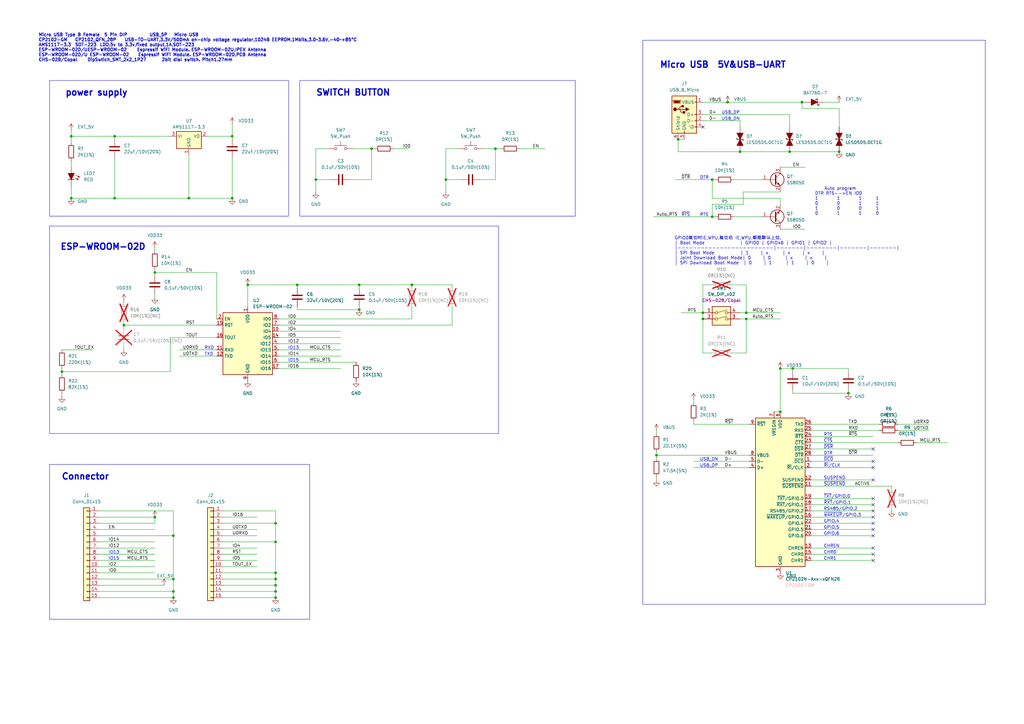
<source format=kicad_sch>
(kicad_sch (version 20250114) (generator "eeschema") (generator_version "9.0")
  (paper "A3")
  (rectangle (start 122.936 33.02) (end 235.966 88.646))
  (rectangle (start 263.652 16.51) (end 404.114 247.904))
  (rectangle (start 20.32 190.5) (end 127 254))
  (rectangle (start 20.32 33.02) (end 118.364 88.646))
  (rectangle (start 20.32 92.71) (end 204.47 177.8))
  (text "~{WAKEUP}/GPIO.3" (at 337.82 212.09 0) (effects (font (size 1.27 1.27)) (justify left bottom)))
  (text "SUSPEND" (at 337.82 196.85 0) (effects (font (size 1.27 1.27)) (justify left bottom)))
  (text "USB_DP" (at 295.91 46.99 0) (effects (font (size 1.27 1.27)) (justify left bottom)))
  (text "GPIO.5" (at 337.82 217.17 0) (effects (font (size 1.27 1.27)) (justify left bottom)))
  (text "CHR0" (at 337.82 227.33 0) (effects (font (size 1.27 1.27)) (justify left bottom)))
  (text "DTR" (at 287.02 73.66 0) (effects (font (size 1.27 1.27)) (justify left bottom)))
  (text "~{RI}/CLK" (at 337.82 191.77 0) (effects (font (size 1.27 1.27)) (justify left bottom)))
  (text "ESP-WROOM-02D" (exclude_from_sim yes) (at 24.638 101.346 0) (effects (font (size 2.54 2.54) (thickness 0.508) (bold yes)) (justify left)))
  (text "Connector" (exclude_from_sim yes) (at 25.146 195.58 0) (effects (font (size 2.54 2.54) (thickness 0.508) (bold yes)) (justify left)))
  (text "RXD" (at 83.82 143.51 0) (effects (font (size 1.27 1.27)) (justify left bottom)))
  (text "CHREN" (at 337.82 224.79 0) (effects (font (size 1.27 1.27)) (justify left bottom)))
  (text "GPIO.4" (at 337.82 214.63 0) (effects (font (size 1.27 1.27)) (justify left bottom)))
  (text "IO15" (at 44.45 229.87 0) (effects (font (size 1.27 1.27)) (justify left bottom)))
  (text "TXD" (at 83.82 146.05 0) (effects (font (size 1.27 1.27)) (justify left bottom)))
  (text "     Auto program\n DTR RTS-->EN IO0\n 1        1        1      1\n 0        0        1      1\n 1        0        0      1\n 0        1        1      0" (at 333.248 82.55 0) (effects (font (size 1.27 1.27)) (justify left)))
  (text "~{CTS}" (at 337.82 181.61 0) (effects (font (size 1.27 1.27)) (justify left bottom)))
  (text "~{TXT}/GPIO.0" (at 337.82 204.47 0) (effects (font (size 1.27 1.27)) (justify left bottom)))
  (text "IO15" (at 118.11 148.59 0) (effects (font (size 1.27 1.27)) (justify left bottom)))
  (text "CHR1" (at 337.82 229.87 0) (effects (font (size 1.27 1.27)) (justify left bottom)))
  (text "RTS" (at 337.82 179.07 0) (effects (font (size 1.27 1.27)) (justify left bottom)))
  (text "RS485/GPIO.2" (at 337.82 209.55 0) (effects (font (size 1.27 1.27)) (justify left bottom)))
  (text "~{DSR}" (at 337.82 184.15 0) (effects (font (size 1.27 1.27)) (justify left bottom)))
  (text "Micro USB  5V&USB-UART" (at 270.51 26.67 0) (effects (font (size 2.54 2.54) (thickness 0.508) (bold yes)) (justify left)))
  (text "~{DCD}" (at 337.82 189.23 0) (effects (font (size 1.27 1.27)) (justify left bottom)))
  (text "IO13" (at 44.45 227.33 0) (effects (font (size 1.27 1.27)) (justify left bottom)))
  (text "GPIO0复位时IE,WPU,复位后 IE,WPU,都是默认上拉.\n| Boot Mode               | GPIO0 | GPIO46 | GPIO1 | GPIO2 |\n|-------------------------|-------|--------|-------|-------|\n| SPI Boot Mode           | 1     | x      | x     | x     |\n| Joint Download Boot Mode| 0     | 0      | x     | x     |\n| SPI Download Boot Mode  | 0     | 1      | 1     | 0     |" (at 276.606 102.87 0) (effects (font (size 1.27 1.27)) (justify left)))
  (text "USB_DN" (at 295.91 49.53 0) (effects (font (size 1.27 1.27)) (justify left bottom)))
  (text "USB_DN" (at 287.02 189.23 0) (effects (font (size 1.27 1.27)) (justify left bottom)))
  (text "USB_DP" (at 287.02 191.77 0) (effects (font (size 1.27 1.27)) (justify left bottom)))
  (text "GPIO.6" (at 337.82 219.71 0) (effects (font (size 1.27 1.27)) (justify left bottom)))
  (text "~{SUSPEND}" (at 337.82 199.39 0) (effects (font (size 1.27 1.27)) (justify left bottom)))
  (text "Micro USB Type B Female  5 Pin DIP	USB_5P	Micro USB\nCP2102-GM	CP2102_QFN_28P	USB-TO-UART,3.3V/500mA on-chip voltage regulator,1024B EEPROM,1Mbits,3.0~3.6V,-40~+85°C\nAMS1117-3.3	SOT-223	LDO,5v to 3.3v,fixed output,1A,SOT-223\nESP-WROOM-02D/U	ESP-WROOM-02	Espressif WiFi Module，ESP-WROOM-02U,IPEX Antenna\nESP-WROOM-02D/U ESP-WROOM-02    Espressif WiFi Module，ESP-WROOM-02D,PCB Antenna\nCHS-02B/Copal	DipSwtich_SMT_2x2_1P27	2bit dial switch，Pitch1.27mm\n" (at 15.748 19.558 0) (effects (font (size 1.27 1.27) (thickness 0.254) (bold yes)) (justify left)))
  (text "DTR" (at 337.82 186.69 0) (effects (font (size 1.27 1.27)) (justify left bottom)))
  (text "RTS" (at 287.02 88.9 0) (effects (font (size 1.27 1.27)) (justify left bottom)))
  (text "~{RXT}/GPIO.1" (at 337.82 207.01 0) (effects (font (size 1.27 1.27)) (justify left bottom)))
  (text "SWITCH BUTTON" (at 129.54 38.1 0) (effects (font (size 2.54 2.54) (thickness 0.508) (bold yes)) (justify left)))
  (text "IO13" (at 118.11 143.51 0) (effects (font (size 1.27 1.27)) (justify left bottom)))
  (text "~{RTS}" (at 279.4 88.9 0) (effects (font (size 1.27 1.27)) (justify left bottom)))
  (text "power supply" (exclude_from_sim yes) (at 26.67 38.1 0) (effects (font (size 2.54 2.54) (thickness 0.508) (bold yes)) (justify left)))
  (junction (at 325.12 151.13))
  (junction (at 306.07 130.81))
  (junction (at 288.29 128.27))
  (junction (at 269.24 186.69))
  (junction (at 50.8 133.35))
  (junction (at 77.47 81.28))
  (junction (at 71.12 245.11))
  (junction (at 113.03 242.57))
  (junction (at 71.12 242.57))
  (junction (at 320.04 151.13))
  (junction (at 278.13 57.15))
  (junction (at 113.03 234.95))
  (junction (at 168.91 116.84))
  (junction (at 182.88 73.66))
  (junction (at 113.03 240.03))
  (junction (at 147.32 127))
  (junction (at 29.21 55.88))
  (junction (at 306.07 128.27))
  (junction (at 113.03 237.49))
  (junction (at 121.92 116.84))
  (junction (at 46.99 81.28))
  (junction (at 129.54 73.66))
  (junction (at 292.1 88.9))
  (junction (at 344.17 62.23))
  (junction (at 63.5 212.09))
  (junction (at 347.98 161.29))
  (junction (at 95.25 55.88))
  (junction (at 303.53 62.23))
  (junction (at 71.12 237.49))
  (junction (at 29.21 81.28))
  (junction (at 288.29 130.81))
  (junction (at 323.85 62.23))
  (junction (at 63.5 111.76))
  (junction (at 147.32 116.84))
  (junction (at 292.1 73.66))
  (junction (at 71.12 219.71))
  (junction (at 46.99 55.88))
  (junction (at 95.25 81.28))
  (junction (at 113.03 222.25))
  (junction (at 298.45 41.91))
  (junction (at 328.93 41.91))
  (junction (at 152.4 60.96))
  (junction (at 25.4 152.4))
  (junction (at 113.03 245.11))
  (junction (at 101.6 116.84))
  (junction (at 113.03 214.63))
  (junction (at 203.2 60.96))
  (junction (at 320.04 168.91))
  (no_connect (at 358.14 189.23))
  (no_connect (at 358.14 212.09))
  (no_connect (at 358.14 209.55))
  (no_connect (at 358.14 196.85))
  (no_connect (at 358.14 191.77))
  (no_connect (at 358.14 207.01))
  (no_connect (at 358.14 227.33))
  (no_connect (at 358.14 217.17))
  (no_connect (at 358.14 204.47))
  (no_connect (at 358.14 219.71))
  (no_connect (at 358.14 229.87))
  (no_connect (at 358.14 184.15))
  (no_connect (at 358.14 224.79))
  (no_connect (at 288.29 52.07))
  (no_connect (at 358.14 214.63))
  (wire (pts (xy 304.8 78.74) (xy 320.04 78.74)))
  (wire (pts (xy 358.14 207.01) (xy 332.74 207.01)))
  (wire (pts (xy 95.25 55.88) (xy 95.25 57.15)))
  (wire (pts (xy 46.99 55.88) (xy 69.85 55.88)))
  (wire (pts (xy 40.64 242.57) (xy 71.12 242.57)))
  (wire (pts (xy 114.3 138.43) (xy 139.7 138.43)))
  (wire (pts (xy 91.44 227.33) (xy 105.41 227.33)))
  (wire (pts (xy 114.3 135.89) (xy 139.7 135.89)))
  (wire (pts (xy 320.04 81.28) (xy 320.04 83.82)))
  (wire (pts (xy 288.29 41.91) (xy 298.45 41.91)))
  (wire (pts (xy 63.5 111.76) (xy 63.5 113.03)))
  (wire (pts (xy 46.99 55.88) (xy 46.99 57.15)))
  (wire (pts (xy 73.66 143.51) (xy 88.9 143.51)))
  (wire (pts (xy 269.24 195.58) (xy 269.24 196.85)))
  (wire (pts (xy 114.3 143.51) (xy 139.7 143.51)))
  (wire (pts (xy 358.14 229.87) (xy 332.74 229.87)))
  (wire (pts (xy 325.12 151.13) (xy 347.98 151.13)))
  (wire (pts (xy 63.5 212.09) (xy 63.5 214.63)))
  (wire (pts (xy 284.48 163.83) (xy 284.48 165.1)))
  (wire (pts (xy 129.54 60.96) (xy 129.54 73.66)))
  (wire (pts (xy 284.48 172.72) (xy 284.48 173.99)))
  (wire (pts (xy 344.17 44.45) (xy 344.17 52.07)))
  (wire (pts (xy 29.21 76.2) (xy 29.21 81.28)))
  (wire (pts (xy 71.12 219.71) (xy 71.12 237.49)))
  (wire (pts (xy 323.85 62.23) (xy 344.17 62.23)))
  (wire (pts (xy 368.3 176.53) (xy 381 176.53)))
  (wire (pts (xy 284.48 173.99) (xy 307.34 173.99)))
  (wire (pts (xy 40.64 219.71) (xy 71.12 219.71)))
  (wire (pts (xy 91.44 237.49) (xy 113.03 237.49)))
  (wire (pts (xy 267.97 88.9) (xy 292.1 88.9)))
  (wire (pts (xy 298.45 41.91) (xy 328.93 41.91)))
  (wire (pts (xy 143.51 73.66) (xy 152.4 73.66)))
  (wire (pts (xy 147.32 127) (xy 121.92 127)))
  (wire (pts (xy 91.44 240.03) (xy 113.03 240.03)))
  (wire (pts (xy 328.93 44.45) (xy 344.17 44.45)))
  (wire (pts (xy 77.47 63.5) (xy 77.47 81.28)))
  (wire (pts (xy 358.14 227.33) (xy 332.74 227.33)))
  (wire (pts (xy 113.03 222.25) (xy 113.03 234.95)))
  (wire (pts (xy 29.21 66.04) (xy 29.21 68.58)))
  (wire (pts (xy 368.3 173.99) (xy 381 173.99)))
  (wire (pts (xy 69.85 138.43) (xy 69.85 152.4)))
  (wire (pts (xy 129.54 73.66) (xy 129.54 78.74)))
  (wire (pts (xy 113.03 240.03) (xy 113.03 242.57)))
  (wire (pts (xy 182.88 60.96) (xy 182.88 73.66)))
  (wire (pts (xy 337.82 41.91) (xy 344.17 41.91)))
  (wire (pts (xy 29.21 53.34) (xy 29.21 55.88)))
  (wire (pts (xy 269.24 185.42) (xy 269.24 186.69)))
  (wire (pts (xy 299.72 144.78) (xy 306.07 144.78)))
  (wire (pts (xy 25.4 143.51) (xy 38.1 143.51)))
  (wire (pts (xy 292.1 81.28) (xy 320.04 81.28)))
  (wire (pts (xy 40.64 209.55) (xy 71.12 209.55)))
  (wire (pts (xy 63.5 101.6) (xy 63.5 102.87)))
  (wire (pts (xy 91.44 209.55) (xy 113.03 209.55)))
  (wire (pts (xy 292.1 83.82) (xy 304.8 83.82)))
  (wire (pts (xy 114.3 130.81) (xy 168.91 130.81)))
  (wire (pts (xy 91.44 234.95) (xy 113.03 234.95)))
  (wire (pts (xy 306.07 128.27) (xy 320.04 128.27)))
  (wire (pts (xy 358.14 204.47) (xy 332.74 204.47)))
  (wire (pts (xy 121.92 118.11) (xy 121.92 116.84)))
  (wire (pts (xy 288.29 144.78) (xy 292.1 144.78)))
  (wire (pts (xy 358.14 184.15) (xy 332.74 184.15)))
  (wire (pts (xy 50.8 132.08) (xy 50.8 133.35)))
  (wire (pts (xy 77.47 81.28) (xy 95.25 81.28)))
  (wire (pts (xy 328.93 41.91) (xy 330.2 41.91)))
  (wire (pts (xy 71.12 242.57) (xy 71.12 245.11)))
  (wire (pts (xy 300.99 88.9) (xy 312.42 88.9)))
  (wire (pts (xy 63.5 110.49) (xy 63.5 111.76)))
  (wire (pts (xy 91.44 217.17) (xy 105.41 217.17)))
  (wire (pts (xy 46.99 81.28) (xy 29.21 81.28)))
  (wire (pts (xy 358.14 209.55) (xy 332.74 209.55)))
  (wire (pts (xy 288.29 46.99) (xy 323.85 46.99)))
  (wire (pts (xy 203.2 73.66) (xy 203.2 60.96)))
  (wire (pts (xy 332.74 176.53) (xy 360.68 176.53)))
  (wire (pts (xy 73.66 146.05) (xy 88.9 146.05)))
  (wire (pts (xy 50.8 142.24) (xy 50.8 143.51)))
  (wire (pts (xy 278.13 62.23) (xy 278.13 57.15)))
  (wire (pts (xy 320.04 68.58) (xy 330.2 68.58)))
  (wire (pts (xy 113.03 209.55) (xy 113.03 214.63)))
  (wire (pts (xy 63.5 120.65) (xy 63.5 121.92)))
  (wire (pts (xy 91.44 232.41) (xy 105.41 232.41)))
  (wire (pts (xy 40.64 217.17) (xy 63.5 217.17)))
  (wire (pts (xy 91.44 245.11) (xy 113.03 245.11)))
  (wire (pts (xy 303.53 128.27) (xy 306.07 128.27)))
  (wire (pts (xy 121.92 116.84) (xy 147.32 116.84)))
  (wire (pts (xy 114.3 133.35) (xy 185.42 133.35)))
  (wire (pts (xy 323.85 46.99) (xy 323.85 52.07)))
  (wire (pts (xy 168.91 116.84) (xy 185.42 116.84)))
  (wire (pts (xy 320.04 93.98) (xy 330.2 93.98)))
  (wire (pts (xy 40.64 240.03) (xy 67.31 240.03)))
  (wire (pts (xy 276.86 73.66) (xy 292.1 73.66)))
  (wire (pts (xy 182.88 73.66) (xy 182.88 78.74)))
  (wire (pts (xy 332.74 199.39) (xy 365.76 199.39)))
  (wire (pts (xy 101.6 116.84) (xy 101.6 125.73)))
  (wire (pts (xy 40.64 237.49) (xy 71.12 237.49)))
  (wire (pts (xy 332.74 173.99) (xy 360.68 173.99)))
  (wire (pts (xy 95.25 64.77) (xy 95.25 81.28)))
  (wire (pts (xy 50.8 133.35) (xy 88.9 133.35)))
  (wire (pts (xy 358.14 189.23) (xy 332.74 189.23)))
  (wire (pts (xy 320.04 151.13) (xy 320.04 168.91)))
  (wire (pts (xy 85.09 55.88) (xy 95.25 55.88)))
  (wire (pts (xy 306.07 130.81) (xy 303.53 130.81)))
  (wire (pts (xy 121.92 127) (xy 121.92 125.73)))
  (wire (pts (xy 91.44 212.09) (xy 105.41 212.09)))
  (wire (pts (xy 306.07 144.78) (xy 306.07 130.81)))
  (wire (pts (xy 292.1 116.84) (xy 288.29 116.84)))
  (wire (pts (xy 29.21 55.88) (xy 46.99 55.88)))
  (wire (pts (xy 46.99 64.77) (xy 46.99 81.28)))
  (wire (pts (xy 347.98 160.02) (xy 347.98 161.29)))
  (wire (pts (xy 358.14 224.79) (xy 332.74 224.79)))
  (wire (pts (xy 134.62 60.96) (xy 129.54 60.96)))
  (wire (pts (xy 40.64 245.11) (xy 71.12 245.11)))
  (wire (pts (xy 292.1 88.9) (xy 293.37 88.9)))
  (wire (pts (xy 168.91 116.84) (xy 168.91 118.11)))
  (wire (pts (xy 63.5 111.76) (xy 88.9 111.76)))
  (wire (pts (xy 152.4 73.66) (xy 152.4 60.96)))
  (wire (pts (xy 365.76 208.28) (xy 365.76 209.55)))
  (wire (pts (xy 185.42 116.84) (xy 185.42 118.11)))
  (wire (pts (xy 365.76 199.39) (xy 365.76 200.66)))
  (wire (pts (xy 306.07 128.27) (xy 306.07 116.84)))
  (wire (pts (xy 325.12 160.02) (xy 325.12 161.29)))
  (wire (pts (xy 284.48 191.77) (xy 307.34 191.77)))
  (wire (pts (xy 91.44 224.79) (xy 105.41 224.79)))
  (wire (pts (xy 91.44 219.71) (xy 105.41 219.71)))
  (wire (pts (xy 40.64 212.09) (xy 63.5 212.09)))
  (wire (pts (xy 69.85 138.43) (xy 88.9 138.43)))
  (wire (pts (xy 91.44 242.57) (xy 113.03 242.57)))
  (wire (pts (xy 203.2 60.96) (xy 198.12 60.96)))
  (wire (pts (xy 114.3 151.13) (xy 139.7 151.13)))
  (wire (pts (xy 50.8 123.19) (xy 50.8 124.46)))
  (wire (pts (xy 269.24 186.69) (xy 269.24 187.96)))
  (wire (pts (xy 25.4 161.29) (xy 25.4 162.56)))
  (wire (pts (xy 113.03 237.49) (xy 113.03 240.03)))
  (wire (pts (xy 375.92 181.61) (xy 388.62 181.61)))
  (wire (pts (xy 113.03 234.95) (xy 113.03 237.49)))
  (wire (pts (xy 71.12 209.55) (xy 71.12 219.71)))
  (wire (pts (xy 91.44 222.25) (xy 113.03 222.25)))
  (wire (pts (xy 279.4 128.27) (xy 288.29 128.27)))
  (wire (pts (xy 40.64 214.63) (xy 63.5 214.63)))
  (wire (pts (xy 347.98 151.13) (xy 347.98 152.4)))
  (wire (pts (xy 196.85 73.66) (xy 203.2 73.66)))
  (wire (pts (xy 95.25 50.8) (xy 95.25 55.88)))
  (wire (pts (xy 358.14 212.09) (xy 332.74 212.09)))
  (wire (pts (xy 40.64 232.41) (xy 63.5 232.41)))
  (wire (pts (xy 113.03 214.63) (xy 113.03 222.25)))
  (wire (pts (xy 306.07 116.84) (xy 299.72 116.84)))
  (wire (pts (xy 25.4 152.4) (xy 69.85 152.4)))
  (wire (pts (xy 358.14 219.71) (xy 332.74 219.71)))
  (wire (pts (xy 40.64 234.95) (xy 63.5 234.95)))
  (wire (pts (xy 203.2 60.96) (xy 205.486 60.96)))
  (wire (pts (xy 114.3 146.05) (xy 139.7 146.05)))
  (wire (pts (xy 161.29 60.96) (xy 167.64 60.96)))
  (wire (pts (xy 328.93 41.91) (xy 328.93 44.45)))
  (wire (pts (xy 358.14 191.77) (xy 332.74 191.77)))
  (wire (pts (xy 213.106 60.96) (xy 223.52 60.96)))
  (wire (pts (xy 114.3 140.97) (xy 139.7 140.97)))
  (wire (pts (xy 278.13 57.15) (xy 280.67 57.15)))
  (wire (pts (xy 185.42 125.73) (xy 185.42 133.35)))
  (wire (pts (xy 288.29 49.53) (xy 303.53 49.53)))
  (wire (pts (xy 46.99 81.28) (xy 77.47 81.28)))
  (wire (pts (xy 25.4 151.13) (xy 25.4 152.4)))
  (wire (pts (xy 50.8 133.35) (xy 50.8 134.62)))
  (wire (pts (xy 152.4 60.96) (xy 144.78 60.96)))
  (wire (pts (xy 147.32 116.84) (xy 168.91 116.84)))
  (wire (pts (xy 40.64 224.79) (xy 63.5 224.79)))
  (wire (pts (xy 358.14 196.85) (xy 332.74 196.85)))
  (wire (pts (xy 91.44 229.87) (xy 105.41 229.87)))
  (wire (pts (xy 40.64 227.33) (xy 63.5 227.33)))
  (wire (pts (xy 269.24 186.69) (xy 307.34 186.69)))
  (wire (pts (xy 303.53 49.53) (xy 303.53 52.07)))
  (wire (pts (xy 40.64 222.25) (xy 63.5 222.25)))
  (wire (pts (xy 71.12 237.49) (xy 71.12 242.57)))
  (wire (pts (xy 113.03 242.57) (xy 113.03 245.11)))
  (wire (pts (xy 325.12 151.13) (xy 325.12 152.4)))
  (wire (pts (xy 91.44 214.63) (xy 113.03 214.63)))
  (wire (pts (xy 25.4 152.4) (xy 25.4 153.67)))
  (wire (pts (xy 278.13 62.23) (xy 303.53 62.23)))
  (wire (pts (xy 269.24 176.53) (xy 269.24 177.8)))
  (wire (pts (xy 114.3 148.59) (xy 146.05 148.59)))
  (wire (pts (xy 168.91 125.73) (xy 168.91 130.81)))
  (wire (pts (xy 358.14 179.07) (xy 332.74 179.07)))
  (wire (pts (xy 152.4 60.96) (xy 153.67 60.96)))
  (wire (pts (xy 292.1 73.66) (xy 293.37 73.66)))
  (wire (pts (xy 182.88 73.66) (xy 189.23 73.66)))
  (wire (pts (xy 347.98 161.29) (xy 325.12 161.29)))
  (wire (pts (xy 40.64 229.87) (xy 63.5 229.87)))
  (wire (pts (xy 288.29 128.27) (xy 288.29 130.81)))
  (wire (pts (xy 358.14 214.63) (xy 332.74 214.63)))
  (wire (pts (xy 147.32 116.84) (xy 147.32 118.11)))
  (wire (pts (xy 88.9 111.76) (xy 88.9 130.81)))
  (wire (pts (xy 147.32 125.73) (xy 147.32 127)))
  (wire (pts (xy 288.29 130.81) (xy 288.29 144.78)))
  (wire (pts (xy 304.8 83.82) (xy 304.8 78.74)))
  (wire (pts (xy 292.1 73.66) (xy 292.1 81.28)))
  (wire (pts (xy 306.07 130.81) (xy 320.04 130.81)))
  (wire (pts (xy 300.99 73.66) (xy 312.42 73.66)))
  (wire (pts (xy 358.14 186.69) (xy 332.74 186.69)))
  (wire (pts (xy 29.21 55.88) (xy 29.21 58.42)))
  (wire (pts (xy 332.74 181.61) (xy 368.3 181.61)))
  (wire (pts (xy 187.96 60.96) (xy 182.88 60.96)))
  (wire (pts (xy 129.54 73.66) (xy 135.89 73.66)))
  (wire (pts (xy 101.6 116.84) (xy 121.92 116.84)))
  (wire (pts (xy 292.1 83.82) (xy 292.1 88.9)))
  (wire (pts (xy 303.53 62.23) (xy 323.85 62.23)))
  (wire (pts (xy 288.29 116.84) (xy 288.29 128.27)))
  (wire (pts (xy 358.14 217.17) (xy 332.74 217.17)))
  (wire (pts (xy 284.48 189.23) (xy 307.34 189.23)))
  (wire (pts (xy 320.04 151.13) (xy 325.12 151.13)))
  (wire (pts (xy 317.5 168.91) (xy 320.04 168.91)))
  (label "RXD" (at 347.98 176.53 0))
  (label "MCU_RTS" (at 52.07 229.87 0))
  (label "~{RTS}" (at 347.98 179.07 0))
  (label "~{RST}" (at 297.18 173.99 0))
  (label "TOUT_EX" (at 30.48 143.51 0))
  (label "VBUS" (at 290.83 41.91 0))
  (label "RST" (at 76.2 133.35 0))
  (label "MCU_CTS" (at 127 143.51 0))
  (label "IO0" (at 44.45 234.95 0))
  (label "IO4" (at 95.25 224.79 0))
  (label "~{DTR}" (at 279.4 73.66 0))
  (label "IO4" (at 118.11 135.89 0))
  (label "D-" (at 297.18 189.23 0))
  (label "IO2" (at 118.11 133.35 0))
  (label "IO12" (at 44.45 224.79 0))
  (label "RST" (at 95.25 227.33 0))
  (label "Auto_RTS" (at 308.61 130.81 0))
  (label "ACTIVE" (at 350.52 199.39 0))
  (label "D-" (at 290.83 49.53 0))
  (label "IO5" (at 95.25 229.87 0))
  (label "U0TXD" (at 95.25 217.17 0))
  (label "U0TXD" (at 374.65 176.53 0))
  (label "D+" (at 290.83 46.99 0))
  (label "U0RXD" (at 74.93 143.51 0))
  (label "IO0" (at 325.12 93.98 0))
  (label "MCU_RTS" (at 377.19 181.61 0))
  (label "EN" (at 76.2 111.76 0))
  (label "IO16" (at 118.11 151.13 0))
  (label "U0TXD" (at 74.93 146.05 0))
  (label "MCU_CTS" (at 52.07 227.33 0))
  (label "MCU_CTS" (at 308.61 128.27 0))
  (label "EN" (at 44.45 217.17 0))
  (label "IO5" (at 118.11 138.43 0))
  (label "IO14" (at 44.45 222.25 0))
  (label "IO14" (at 118.11 146.05 0))
  (label "IO2" (at 44.45 232.41 0))
  (label "RTS" (at 281.94 128.27 0))
  (label "EN" (at 218.44 60.96 0))
  (label "U0RXD" (at 95.25 219.71 0))
  (label "IO0" (at 165.1 60.96 0))
  (label "TOUT" (at 76.2 138.43 0))
  (label "~{DTR}" (at 347.98 186.69 0))
  (label "EN" (at 325.12 68.58 0))
  (label "TXD" (at 347.98 173.99 0))
  (label "IO12" (at 118.11 140.97 0))
  (label "Auto_RTS" (at 269.24 88.9 0))
  (label "VBUS" (at 297.18 186.69 0))
  (label "U0RXD" (at 374.65 173.99 0))
  (label "IO0" (at 118.11 130.81 0))
  (label "D+" (at 297.18 191.77 0))
  (label "MCU_RTS" (at 127 148.59 0))
  (label "TOUT_EX" (at 95.25 232.41 0))
  (label "IO16" (at 95.25 212.09 0))
  (symbol (lib_id "Transistor_BJT:SS8050") (at 317.5 73.66 0) (unit 1)
    (property "Reference" "Q?" (at 322.58 72.3899 0) (effects (justify left)))
    (property "Value" "SS8050" (at 322.58 74.9299 0) (effects (justify left)))
    (property "Footprint" "Package_TO_SOT_SMD:SOT-23" (effects (hide yes)))
    (property "Datasheet" "http://www.secosgmbh.com/datasheet/products/SSMPTransistor/SOT-23/SS8050.pdf" (effects (hide yes)))
    (property "Description" "General Purpose NPN Transistor, 1.5A Ic, 25V Vce, SOT-23" (effects (hide yes)))
  )
  (symbol (lib_id "PCM_Resistor_AKL:R_1206") (at 269.24 191.77 180) (unit 1)
    (property "Reference" "R2" (at 271.78 190.4999 0) (effects (justify right)))
    (property "Value" "47.5K(5%)" (at 271.78 193.0399 0) (effects (justify right)))
    (property "Footprint" "PCM_Resistor_SMD_AKL:R_1206_3216Metric" (effects (hide yes)))
    (property "Description" "SMD 1206 Chip Resistor, European Symbol, Alternate KiCad Library" (effects (hide yes)))
  )
  (symbol (lib_id "power:GND") (at 347.98 161.29 0) (unit 1)
    (property "Reference" "#PWR09" (effects (hide yes)))
    (property "Value" "GND" (at 350.52 162.5599 0) (effects (justify left)))
    (property "Description" "Power symbol creates a global label with name \"GND\" , ground" (effects (hide yes)))
  )
  (symbol (lib_id "power:GND") (at 365.76 209.55 0) (unit 1)
    (property "Reference" "#PWR010" (effects (hide yes)))
    (property "Value" "GND" (at 368.3 210.8199 0) (effects (justify left)))
    (property "Description" "Power symbol creates a global label with name \"GND\" , ground" (effects (hide yes)))
  )
  (symbol (lib_id "PCM_Resistor_AKL:R_1206") (at 372.11 181.61 270) (mirror x) (unit 1)
    (property "Reference" "R9" (at 372.11 175.26 90))
    (property "Value" "0R(1%)" (at 372.11 177.8 90))
    (property "Footprint" "PCM_Resistor_SMD_AKL:R_1206_3216Metric" (effects (hide yes)))
    (property "Description" "SMD 1206 Chip Resistor, European Symbol, Alternate KiCad Library" (effects (hide yes)))
  )
  (symbol (lib_id "PCM_Resistor_AKL:R_1206") (at 25.4 147.32 180) (unit 1)
    (property "Reference" "R21" (at 27.94 146.0499 0) (effects (justify right)))
    (property "Value" "220K(1%)" (at 27.94 148.5899 0) (effects (justify right)))
    (property "Footprint" "PCM_Resistor_SMD_AKL:R_1206_3216Metric" (effects (hide yes)))
    (property "Description" "SMD 1206 Chip Resistor, European Symbol, Alternate KiCad Library" (effects (hide yes)))
  )
  (symbol (lib_id "power:GND") (at 320.04 234.95 0) (unit 1)
    (property "Reference" "#PWR06" (effects (hide yes)))
    (property "Value" "GND" (at 322.58 236.2199 0) (effects (justify left)))
    (property "Description" "Power symbol creates a global label with name \"GND\" , ground" (effects (hide yes)))
  )
  (symbol (lib_id "power:+5V") (at 63.5 212.09 0) (unit 1)
    (property "Reference" "#PWR024" (effects (hide yes)))
    (property "Value" "VDD33" (at 63.5 207.01 0))
    (property "Description" "Power symbol creates a global label with name \"+5V\"" (effects (hide yes)))
  )
  (symbol (lib_id "power:+5V") (at 67.31 240.03 0) (unit 1)
    (property "Reference" "#PWR025" (effects (hide yes)))
    (property "Value" "EXT_5V" (at 64.262 236.22 0) (effects (justify left)))
    (property "Description" "Power symbol creates a global label with name \"+5V\"" (effects (hide yes)))
  )
  (symbol (lib_id "PCM_Resistor_AKL:R_1206") (at 297.18 88.9 90) (unit 1)
    (property "Reference" "R5" (at 297.18 82.55 90))
    (property "Value" "10K(1%)" (at 297.18 85.09 90))
    (property "Footprint" "PCM_Resistor_SMD_AKL:R_1206_3216Metric" (effects (hide yes)))
    (property "Description" "SMD 1206 Chip Resistor, European Symbol, Alternate KiCad Library" (effects (hide yes)))
  )
  (symbol (lib_id "PCM_Resistor_AKL:R_1206") (at 295.91 144.78 270) (unit 1) (dnp yes)
    (property "Reference" "R11" (at 295.91 138.43 90))
    (property "Value" "0R(1%)(NC)" (at 295.91 140.97 90))
    (property "Footprint" "PCM_Resistor_SMD_AKL:R_1206_3216Metric" (effects (hide yes)))
    (property "Description" "SMD 1206 Chip Resistor, European Symbol, Alternate KiCad Library" (effects (hide yes)))
  )
  (symbol (lib_id "power:GND") (at 25.4 162.56 0) (unit 1)
    (property "Reference" "#PWR021" (effects (hide yes)))
    (property "Value" "GND" (at 25.4 167.64 0))
    (property "Description" "Power symbol creates a global label with name \"GND\" , ground" (effects (hide yes)))
  )
  (symbol (lib_id "Library:LESD5D5.0CT1G") (at 344.17 57.15 90) (unit 1)
    (property "Reference" "D?" (at 346.71 55.8799 90) (effects (justify right)))
    (property "Value" "LESD5D5.0CT1G" (at 346.71 58.4199 90) (effects (justify right)))
    (property "Footprint" "Diode_SMD:D_SOD-523" (effects (hide yes)))
    (property "Datasheet" "https://www.jlc-smt.com/lcsc/detail?componentCode=C383211&spm=smt-pc.search-result.list.0" (effects (hide yes)))
    (property "Description" "Bidirectional TVS Diode, Generic symbol, Alternate KiCAD Library" (effects (hide yes)))
  )
  (symbol (lib_id "PCM_Capacitor_AKL:C_1206") (at 63.5 116.84 0) (unit 1)
    (property "Reference" "C8" (at 67.31 115.5699 0) (effects (justify left)))
    (property "Value" "0.1uF/50V(10%)" (at 67.31 118.1099 0) (effects (justify left)))
    (property "Footprint" "PCM_Capacitor_SMD_AKL:C_1206_3216Metric" (effects (hide yes)))
    (property "Description" "SMD 1206 MLCC capacitor, Alternate KiCad Library" (effects (hide yes)))
  )
  (symbol (lib_id "power:+5V") (at 95.25 50.8 0) (unit 1)
    (property "Reference" "#PWR?" (effects (hide yes)))
    (property "Value" "VDD33" (at 97.79 49.5299 0) (effects (justify left)))
    (property "Description" "Power symbol creates a global label with name \"+5V\"" (effects (hide yes)))
  )
  (symbol (lib_id "power:+5V") (at 63.5 101.6 0) (unit 1)
    (property "Reference" "#PWR018" (effects (hide yes)))
    (property "Value" "VDD33" (at 63.5 96.52 0))
    (property "Description" "Power symbol creates a global label with name \"+5V\"" (effects (hide yes)))
  )
  (symbol (lib_id "Connector_Generic:Conn_01x15") (at 86.36 227.33 0) (mirror y) (unit 1)
    (property "Reference" "J2" (at 86.36 203.2 0))
    (property "Value" "Conn_01x15" (at 86.36 205.74 0))
    (property "Description" "Generic connector, single row, 01x15, script generated (kicad-library-utils/schlib/autogen/connector/)" (effects (hide yes)))
  )
  (symbol (lib_id "PCM_Resistor_AKL:R_1206") (at 364.49 176.53 270) (mirror x) (unit 1)
    (property "Reference" "R7" (at 364.49 170.18 90))
    (property "Value" "0R(1%)" (at 364.49 172.72 90))
    (property "Footprint" "PCM_Resistor_SMD_AKL:R_1206_3216Metric" (effects (hide yes)))
    (property "Description" "SMD 1206 Chip Resistor, European Symbol, Alternate KiCad Library" (effects (hide yes)))
  )
  (symbol (lib_id "PCM_Capacitor_AKL:C_1206") (at 347.98 156.21 0) (unit 1)
    (property "Reference" "C2" (at 351.79 154.9399 0) (effects (justify left)))
    (property "Value" "0.1uF/50V(10%)" (at 351.79 157.4799 0) (effects (justify left)))
    (property "Footprint" "PCM_Capacitor_SMD_AKL:C_1206_3216Metric" (effects (hide yes)))
    (property "Description" "SMD 1206 MLCC capacitor, Alternate KiCad Library" (effects (hide yes)))
  )
  (symbol (lib_id "Connector:USB_B_Micro") (at 280.67 46.99 0) (unit 1)
    (property "Reference" "J?" (at 280.67 34.29 0))
    (property "Value" "USB_B_Micro" (at 280.67 36.83 0))
    (property "Description" "USB Micro Type B connector" (effects (hide yes)))
  )
  (symbol (lib_id "power:+5V") (at 50.8 123.19 0) (unit 1)
    (property "Reference" "#PWR016" (effects (hide yes)))
    (property "Value" "VDD33" (at 50.8 118.11 0))
    (property "Description" "Power symbol creates a global label with name \"+5V\"" (effects (hide yes)))
  )
  (symbol (lib_id "power:GND") (at 63.5 121.92 0) (unit 1)
    (property "Reference" "#PWR017" (effects (hide yes)))
    (property "Value" "GND" (at 63.5 127 0))
    (property "Description" "Power symbol creates a global label with name \"GND\" , ground" (effects (hide yes)))
  )
  (symbol (lib_id "PCM_Capacitor_AKL:C_1206") (at 147.32 121.92 0) (unit 1)
    (property "Reference" "C5" (at 151.13 120.6499 0) (effects (justify left)))
    (property "Value" "0.1uF/50V(10%)" (at 151.13 123.1899 0) (effects (justify left)))
    (property "Footprint" "PCM_Capacitor_SMD_AKL:C_1206_3216Metric" (effects (hide yes)))
    (property "Description" "SMD 1206 MLCC capacitor, Alternate KiCad Library" (effects (hide yes)))
  )
  (symbol (lib_id "PCM_Resistor_AKL:R_1206") (at 364.49 173.99 270) (unit 1)
    (property "Reference" "R6" (at 364.49 167.64 90))
    (property "Value" "0R(1%)" (at 364.49 170.18 90))
    (property "Footprint" "PCM_Resistor_SMD_AKL:R_1206_3216Metric" (effects (hide yes)))
    (property "Description" "SMD 1206 Chip Resistor, European Symbol, Alternate KiCad Library" (effects (hide yes)))
  )
  (symbol (lib_id "PCM_Resistor_AKL:R_1206") (at 146.05 152.4 180) (unit 1)
    (property "Reference" "R20" (at 148.59 151.1299 0) (effects (justify right)))
    (property "Value" "10K(1%)" (at 148.59 153.6699 0) (effects (justify right)))
    (property "Footprint" "PCM_Resistor_SMD_AKL:R_1206_3216Metric" (effects (hide yes)))
    (property "Description" "SMD 1206 Chip Resistor, European Symbol, Alternate KiCad Library" (effects (hide yes)))
  )
  (symbol (lib_id "Regulator_Linear:AMS1117-3.3") (at 77.47 55.88 0) (unit 1)
    (property "Reference" "U?" (at 77.47 49.53 0))
    (property "Value" "AMS1117-3.3" (at 77.47 52.07 0))
    (property "Footprint" "Package_TO_SOT_SMD:SOT-223-3_TabPin2" (effects (hide yes)))
    (property "Datasheet" "http://www.advanced-monolithic.com/pdf/ds1117.pdf" (effects (hide yes)))
    (property "Description" "1A Low Dropout regulator, positive, 3.3V fixed output, SOT-223" (effects (hide yes)))
  )
  (symbol (lib_id "power:GND") (at 101.6 156.21 0) (unit 1)
    (property "Reference" "#PWR015" (effects (hide yes)))
    (property "Value" "GND" (at 101.6 161.29 0))
    (property "Description" "Power symbol creates a global label with name \"GND\" , ground" (effects (hide yes)))
  )
  (symbol (lib_id "PCM_Capacitor_AKL:C_1206") (at 139.7 73.66 270) (unit 1)
    (property "Reference" "C3" (at 139.7 66.04 90))
    (property "Value" "0.1uF/50V(10%)" (at 139.7 68.58 90))
    (property "Footprint" "PCM_Capacitor_SMD_AKL:C_1206_3216Metric" (effects (hide yes)))
    (property "Description" "SMD 1206 MLCC capacitor, Alternate KiCad Library" (effects (hide yes)))
  )
  (symbol (lib_id "PCM_Resistor_AKL:R_1206") (at 157.48 60.96 90) (unit 1)
    (property "Reference" "R12" (at 157.48 54.61 90))
    (property "Value" "0R(1%)" (at 157.48 57.15 90))
    (property "Footprint" "PCM_Resistor_SMD_AKL:R_1206_3216Metric" (effects (hide yes)))
    (property "Description" "SMD 1206 Chip Resistor, European Symbol, Alternate KiCad Library" (effects (hide yes)))
  )
  (symbol (lib_id "PCM_Resistor_AKL:R_1206") (at 25.4 157.48 180) (unit 1)
    (property "Reference" "R22" (at 27.94 156.2099 0) (effects (justify right)))
    (property "Value" "82K(1%)" (at 27.94 158.7499 0) (effects (justify right)))
    (property "Footprint" "PCM_Resistor_SMD_AKL:R_1206_3216Metric" (effects (hide yes)))
    (property "Description" "SMD 1206 Chip Resistor, European Symbol, Alternate KiCad Library" (effects (hide yes)))
  )
  (symbol (lib_id "power:+5V") (at 344.17 41.91 0) (unit 1)
    (property "Reference" "#PWR07" (effects (hide yes)))
    (property "Value" "EXT_5V" (at 346.71 40.6399 0) (effects (justify left)))
    (property "Description" "Power symbol creates a global label with name \"+5V\"" (effects (hide yes)))
  )
  (symbol (lib_id "Switch:SW_Push") (at 139.7 60.96 0) (unit 1)
    (property "Reference" "SW?" (at 139.7 53.34 0))
    (property "Value" "SW_Push" (at 139.7 55.88 0))
    (property "Footprint" "Button_Switch_THT:SW_PUSH_6mm_H7.3mm" (effects (hide yes)))
    (property "Description" "Push button switch, generic, two pins" (effects (hide yes)))
  )
  (symbol (lib_id "Switch:SW_Push") (at 193.04 60.96 0) (unit 1)
    (property "Reference" "SW?" (at 193.04 53.34 0))
    (property "Value" "SW_Push" (at 193.04 55.88 0))
    (property "Footprint" "Button_Switch_THT:SW_PUSH_6mm_H7.3mm" (effects (hide yes)))
    (property "Description" "Push button switch, generic, two pins" (effects (hide yes)))
  )
  (symbol (lib_id "power:GND") (at 147.32 127 0) (unit 1)
    (property "Reference" "#PWR013" (effects (hide yes)))
    (property "Value" "GND" (at 149.86 128.2699 0) (effects (justify left)))
    (property "Description" "Power symbol creates a global label with name \"GND\" , ground" (effects (hide yes)))
  )
  (symbol (lib_id "Switch:SW_DIP_x02") (at 295.91 130.81 0) (unit 1)
    (property "Reference" "SW1" (at 295.91 118.11 0))
    (property "Value" "SW_DIP_x02" (at 295.91 120.65 0))
    (property "Description" "2x DIP Switch, Single Pole Single Throw (SPST) switch, small symbol" (effects (hide yes)))
    (property "MS" "CHS-02B/Copal" (at 295.91 123.19 0))
  )
  (symbol (lib_id "power:GND") (at 182.88 78.74 0) (unit 1)
    (property "Reference" "#PWR012" (effects (hide yes)))
    (property "Value" "GND" (at 182.88 83.82 0))
    (property "Description" "Power symbol creates a global label with name \"GND\" , ground" (effects (hide yes)))
  )
  (symbol (lib_id "power:GND") (at 95.25 81.28 0) (unit 1)
    (property "Reference" "#PWR?" (effects (hide yes)))
    (property "Value" "GND" (at 97.79 82.5499 0) (effects (justify left)))
    (property "Description" "Power symbol creates a global label with name \"GND\" , ground" (effects (hide yes)))
  )
  (symbol (lib_id "PCM_Resistor_AKL:R_1206") (at 209.296 60.96 90) (unit 1)
    (property "Reference" "R13" (at 209.296 54.61 90))
    (property "Value" "0R(1%)" (at 209.296 57.15 90))
    (property "Footprint" "PCM_Resistor_SMD_AKL:R_1206_3216Metric" (effects (hide yes)))
    (property "Description" "SMD 1206 Chip Resistor, European Symbol, Alternate KiCad Library" (effects (hide yes)))
  )
  (symbol (lib_id "PCM_Resistor_AKL:R_1206") (at 168.91 121.92 180) (unit 1) (dnp yes)
    (property "Reference" "R18" (at 171.45 120.6499 0) (effects (justify right)))
    (property "Value" "10K(1%)(NC)" (at 171.45 123.1899 0) (effects (justify right)))
    (property "Footprint" "PCM_Resistor_SMD_AKL:R_1206_3216Metric" (effects (hide yes)))
    (property "Description" "SMD 1206 Chip Resistor, European Symbol, Alternate KiCad Library" (effects (hide yes)))
  )
  (symbol (lib_id "PCM_LED_AKL:LED_1206") (at 29.21 72.39 270) (unit 1)
    (property "Reference" "LED?" (at 34.29 71.1199 90) (effects (justify left)))
    (property "Value" "RED" (at 34.29 73.6599 90) (effects (justify left)))
    (property "Footprint" "PCM_LED_SMD_AKL:LED_1206_3216Metric" (effects (hide yes)))
    (property "Description" "SMD LED, 1206, Alternate KiCad Library" (effects (hide yes)))
  )
  (symbol (lib_id "PCM_Resistor_AKL:R_1206") (at 29.21 62.23 0) (unit 1)
    (property "Reference" "R?" (at 31.75 60.9599 0) (effects (justify left)))
    (property "Value" "2K(1%)" (at 31.75 63.4999 0) (effects (justify left)))
    (property "Footprint" "PCM_Resistor_SMD_AKL:R_1206_3216Metric" (effects (hide yes)))
    (property "Description" "SMD 1206 Chip Resistor, European Symbol, Alternate KiCad Library" (effects (hide yes)))
  )
  (symbol (lib_id "PCM_Capacitor_AKL:C_1206") (at 50.8 138.43 0) (unit 1) (dnp yes)
    (property "Reference" "C7" (at 54.61 137.1599 0) (effects (justify left)))
    (property "Value" "0.1uF/16V(10%)(NC)" (at 54.61 139.6999 0) (effects (justify left)))
    (property "Footprint" "PCM_Capacitor_SMD_AKL:C_1206_3216Metric" (effects (hide yes)))
    (property "Description" "SMD 1206 MLCC capacitor, Alternate KiCad Library" (effects (hide yes)))
  )
  (symbol (lib_id "power:VBUS") (at 269.24 176.53 0) (unit 1)
    (property "Reference" "#PWR01" (effects (hide yes)))
    (property "Value" "VBUS" (at 271.78 175.2599 0) (effects (justify left)))
    (property "Description" "Power symbol creates a global label with name \"VBUS\"" (effects (hide yes)))
  )
  (symbol (lib_id "PCM_Resistor_AKL:R_1206") (at 63.5 106.68 180) (unit 1)
    (property "Reference" "R14" (at 66.04 105.4099 0) (effects (justify right)))
    (property "Value" "10K(1%)" (at 66.04 107.9499 0) (effects (justify right)))
    (property "Footprint" "PCM_Resistor_SMD_AKL:R_1206_3216Metric" (effects (hide yes)))
    (property "Description" "SMD 1206 Chip Resistor, European Symbol, Alternate KiCad Library" (effects (hide yes)))
  )
  (symbol (lib_id "power:GND") (at 129.54 78.74 0) (unit 1)
    (property "Reference" "#PWR011" (effects (hide yes)))
    (property "Value" "GND" (at 129.54 83.82 0))
    (property "Description" "Power symbol creates a global label with name \"GND\" , ground" (effects (hide yes)))
  )
  (symbol (lib_id "power:GND") (at 344.17 62.23 0) (unit 1)
    (property "Reference" "#PWR08" (effects (hide yes)))
    (property "Value" "GND" (at 346.71 63.4999 0) (effects (justify left)))
    (property "Description" "Power symbol creates a global label with name \"GND\" , ground" (effects (hide yes)))
  )
  (symbol (lib_id "power:+5V") (at 320.04 151.13 0) (unit 1)
    (property "Reference" "#PWR05" (effects (hide yes)))
    (property "Value" "VDD33" (at 322.58 149.8599 0) (effects (justify left)))
    (property "Description" "Power symbol creates a global label with name \"+5V\"" (effects (hide yes)))
  )
  (symbol (lib_id "PCM_Resistor_AKL:R_1206") (at 295.91 116.84 270) (unit 1) (dnp yes)
    (property "Reference" "R10" (at 295.91 110.49 90))
    (property "Value" "0R(1%)(NC)" (at 295.91 113.03 90))
    (property "Footprint" "PCM_Resistor_SMD_AKL:R_1206_3216Metric" (effects (hide yes)))
    (property "Description" "SMD 1206 Chip Resistor, European Symbol, Alternate KiCad Library" (effects (hide yes)))
  )
  (symbol (lib_id "PCM_Capacitor_AKL:C_1206") (at 193.04 73.66 270) (unit 1)
    (property "Reference" "C4" (at 193.04 66.04 90))
    (property "Value" "0.1uF/50V(10%)" (at 193.04 68.58 90))
    (property "Footprint" "PCM_Capacitor_SMD_AKL:C_1206_3216Metric" (effects (hide yes)))
    (property "Description" "SMD 1206 MLCC capacitor, Alternate KiCad Library" (effects (hide yes)))
  )
  (symbol (lib_id "power:GND") (at 146.05 156.21 0) (unit 1)
    (property "Reference" "#PWR020" (effects (hide yes)))
    (property "Value" "GND" (at 146.05 161.29 0))
    (property "Description" "Power symbol creates a global label with name \"GND\" , ground" (effects (hide yes)))
  )
  (symbol (lib_id "PCM_Capacitor_AKL:C_1206") (at 325.12 156.21 0) (unit 1)
    (property "Reference" "C1" (at 328.93 154.9399 0) (effects (justify left)))
    (property "Value" "10uF/10V(20%)" (at 328.93 157.4799 0) (effects (justify left)))
    (property "Footprint" "PCM_Capacitor_SMD_AKL:C_1206_3216Metric" (effects (hide yes)))
    (property "Description" "SMD 1206 MLCC capacitor, Alternate KiCad Library" (effects (hide yes)))
  )
  (symbol (lib_id "power:+5V") (at 29.21 53.34 0) (unit 1)
    (property "Reference" "#PWR?" (effects (hide yes)))
    (property "Value" "EXT_5V" (at 31.75 52.0699 0) (effects (justify left)))
    (property "Description" "Power symbol creates a global label with name \"+5V\"" (effects (hide yes)))
  )
  (symbol (lib_id "power:VBUS") (at 298.45 41.91 0) (unit 1)
    (property "Reference" "#PWR04" (effects (hide yes)))
    (property "Value" "VBUS" (at 300.99 40.6399 0) (effects (justify left)))
    (property "Description" "Power symbol creates a global label with name \"VBUS\"" (effects (hide yes)))
  )
  (symbol (lib_id "PCM_Resistor_AKL:R_1206") (at 185.42 121.92 180) (unit 1) (dnp yes)
    (property "Reference" "R19" (at 187.96 120.6499 0) (effects (justify right)))
    (property "Value" "10K(1%)(NC)" (at 187.96 123.1899 0) (effects (justify right)))
    (property "Footprint" "PCM_Resistor_SMD_AKL:R_1206_3216Metric" (effects (hide yes)))
    (property "Description" "SMD 1206 Chip Resistor, European Symbol, Alternate KiCad Library" (effects (hide yes)))
  )
  (symbol (lib_id "power:GND") (at 29.21 81.28 0) (unit 1)
    (property "Reference" "#PWR?" (effects (hide yes)))
    (property "Value" "GND" (at 31.75 82.5499 0) (effects (justify left)))
    (property "Description" "Power symbol creates a global label with name \"GND\" , ground" (effects (hide yes)))
  )
  (symbol (lib_id "power:GND") (at 269.24 196.85 0) (unit 1)
    (property "Reference" "#PWR02" (effects (hide yes)))
    (property "Value" "GND" (at 271.78 198.1199 0) (effects (justify left)))
    (property "Description" "Power symbol creates a global label with name \"GND\" , ground" (effects (hide yes)))
  )
  (symbol (lib_id "PCM_Capacitor_AKL:C_1206") (at 46.99 60.96 0) (unit 1)
    (property "Reference" "C?" (at 50.8 59.6899 0) (effects (justify left)))
    (property "Value" "22uF/10V(20%)" (at 50.8 62.2299 0) (effects (justify left)))
    (property "Footprint" "PCM_Capacitor_SMD_AKL:C_1206_3216Metric" (effects (hide yes)))
    (property "Description" "SMD 1206 MLCC capacitor, Alternate KiCad Library" (effects (hide yes)))
  )
  (symbol (lib_id "PCM_Capacitor_AKL:C_1206") (at 121.92 121.92 0) (unit 1)
    (property "Reference" "C6" (at 125.73 120.6499 0) (effects (justify left)))
    (property "Value" "22uF/10V(20%)" (at 125.73 123.1899 0) (effects (justify left)))
    (property "Footprint" "PCM_Capacitor_SMD_AKL:C_1206_3216Metric" (effects (hide yes)))
    (property "Description" "SMD 1206 MLCC capacitor, Alternate KiCad Library" (effects (hide yes)))
  )
  (symbol (lib_id "PCM_Resistor_AKL:R_1206") (at 365.76 204.47 180) (unit 1) (dnp yes)
    (property "Reference" "R8" (at 368.3 203.1999 0) (effects (justify right)))
    (property "Value" "10K(1%)(NC)" (at 368.3 205.7399 0) (effects (justify right)))
    (property "Footprint" "PCM_Resistor_SMD_AKL:R_1206_3216Metric" (effects (hide yes)))
    (property "Description" "SMD 1206 Chip Resistor, European Symbol, Alternate KiCad Library" (effects (hide yes)))
  )
  (symbol (lib_id "Connector_Generic:Conn_01x15") (at 35.56 227.33 0) (mirror y) (unit 1)
    (property "Reference" "J1" (at 35.56 203.2 0))
    (property "Value" "Conn_01x15" (at 35.56 205.74 0))
    (property "Description" "Generic connector, single row, 01x15, script generated (kicad-library-utils/schlib/autogen/connector/)" (effects (hide yes)))
  )
  (symbol (lib_id "power:GND") (at 113.03 245.11 0) (unit 1)
    (property "Reference" "#PWR023" (effects (hide yes)))
    (property "Value" "GND" (at 113.03 250.19 0))
    (property "Description" "Power symbol creates a global label with name \"GND\" , ground" (effects (hide yes)))
  )
  (symbol (lib_id "PCM_Resistor_AKL:R_1206") (at 297.18 73.66 90) (unit 1)
    (property "Reference" "R4" (at 297.18 67.31 90))
    (property "Value" "10K(1%)" (at 297.18 69.85 90))
    (property "Footprint" "PCM_Resistor_SMD_AKL:R_1206_3216Metric" (effects (hide yes)))
    (property "Description" "SMD 1206 Chip Resistor, European Symbol, Alternate KiCad Library" (effects (hide yes)))
  )
  (symbol (lib_id "PCM_Resistor_AKL:R_1206") (at 284.48 168.91 180) (unit 1)
    (property "Reference" "R3" (at 287.02 167.6399 0) (effects (justify right)))
    (property "Value" "2K(1%)" (at 287.02 170.1799 0) (effects (justify right)))
    (property "Footprint" "PCM_Resistor_SMD_AKL:R_1206_3216Metric" (effects (hide yes)))
    (property "Description" "SMD 1206 Chip Resistor, European Symbol, Alternate KiCad Library" (effects (hide yes)))
  )
  (symbol (lib_id "Library:BAT760-7") (at 334.01 41.91 0) (unit 1)
    (property "Reference" "D?" (at 334.3275 35.56 0))
    (property "Value" "BAT760-7" (at 334.3275 38.1 0))
    (property "Footprint" "Diode_SMD:D_SOD-323" (effects (hide yes)))
    (property "Description" "Schottky diode, Generic Symbol, Alternate KiCAD Library" (effects (hide yes)))
  )
  (symbol (lib_id "power:GND") (at 71.12 245.11 0) (unit 1)
    (property "Reference" "#PWR022" (effects (hide yes)))
    (property "Value" "GND" (at 71.12 250.19 0))
    (property "Description" "Power symbol creates a global label with name \"GND\" , ground" (effects (hide yes)))
  )
  (symbol (lib_id "power:+5V") (at 101.6 116.84 0) (unit 1)
    (property "Reference" "#PWR014" (effects (hide yes)))
    (property "Value" "VDD33" (at 101.6 111.76 0))
    (property "Description" "Power symbol creates a global label with name \"+5V\"" (effects (hide yes)))
  )
  (symbol (lib_id "PCM_Capacitor_AKL:C_1206") (at 95.25 60.96 0) (unit 1)
    (property "Reference" "C?" (at 99.06 59.6899 0) (effects (justify left)))
    (property "Value" "22uF/10V(20%)" (at 99.06 62.2299 0) (effects (justify left)))
    (property "Footprint" "PCM_Capacitor_SMD_AKL:C_1206_3216Metric" (effects (hide yes)))
    (property "Description" "SMD 1206 MLCC capacitor, Alternate KiCad Library" (effects (hide yes)))
  )
  (symbol (lib_id "Transistor_BJT:SS8050") (at 317.5 88.9 0) (mirror x) (unit 1)
    (property "Reference" "Q?" (at 322.58 87.6299 0) (effects (justify left)))
    (property "Value" "SS8050" (at 322.58 90.1699 0) (effects (justify left)))
    (property "Footprint" "Package_TO_SOT_SMD:SOT-23" (effects (hide yes)))
    (property "Datasheet" "http://www.secosgmbh.com/datasheet/products/SSMPTransistor/SOT-23/SS8050.pdf" (effects (hide yes)))
    (property "Description" "General Purpose NPN Transistor, 1.5A Ic, 25V Vce, SOT-23" (effects (hide yes)))
  )
  (symbol (lib_id "Library:LESD5D5.0CT1G") (at 303.53 57.15 90) (unit 1)
    (property "Reference" "D?" (at 306.07 55.8799 90) (effects (justify right)))
    (property "Value" "LESD5D5.0CT1G" (at 306.07 58.4199 90) (effects (justify right)))
    (property "Footprint" "Diode_SMD:D_SOD-523" (effects (hide yes)))
    (property "Datasheet" "https://www.jlc-smt.com/lcsc/detail?componentCode=C383211&spm=smt-pc.search-result.list.0" (effects (hide yes)))
    (property "Description" "Bidirectional TVS Diode, Generic symbol, Alternate KiCAD Library" (effects (hide yes)))
  )
  (symbol (lib_id "power:GND") (at 50.8 143.51 0) (unit 1)
    (property "Reference" "#PWR019" (effects (hide yes)))
    (property "Value" "GND" (at 50.8 148.59 0))
    (property "Description" "Power symbol creates a global label with name \"GND\" , ground" (effects (hide yes)))
  )
  (symbol (lib_id "PCM_Resistor_AKL:R_1206") (at 50.8 128.27 180) (unit 1) (dnp yes)
    (property "Reference" "R16" (at 53.34 126.9999 0) (effects (justify right)))
    (property "Value" "10K(1%)(NC)" (at 53.34 129.5399 0) (effects (justify right)))
    (property "Footprint" "PCM_Resistor_SMD_AKL:R_1206_3216Metric" (effects (hide yes)))
    (property "Description" "SMD 1206 Chip Resistor, European Symbol, Alternate KiCad Library" (effects (hide yes)))
  )
  (symbol (lib_id "Library:LESD5D5.0CT1G") (at 323.85 57.15 90) (unit 1)
    (property "Reference" "D?" (at 326.39 55.8799 90) (effects (justify right)))
    (property "Value" "LESD5D5.0CT1G" (at 326.39 58.4199 90) (effects (justify right)))
    (property "Footprint" "Diode_SMD:D_SOD-523" (effects (hide yes)))
    (property "Datasheet" "https://www.jlc-smt.com/lcsc/detail?componentCode=C383211&spm=smt-pc.search-result.list.0" (effects (hide yes)))
    (property "Description" "Bidirectional TVS Diode, Generic symbol, Alternate KiCAD Library" (effects (hide yes)))
  )
  (symbol (lib_id "PCM_Resistor_AKL:R_1206") (at 269.24 181.61 180) (unit 1)
    (property "Reference" "R1" (at 271.78 180.3399 0) (effects (justify right)))
    (property "Value" "22.1K(5%)" (at 271.78 182.8799 0) (effects (justify right)))
    (property "Footprint" "PCM_Resistor_SMD_AKL:R_1206_3216Metric" (effects (hide yes)))
    (property "Description" "SMD 1206 Chip Resistor, European Symbol, Alternate KiCad Library" (effects (hide yes)))
  )
  (symbol (lib_id "Interface_USB:CP2102N-Axx-xQFN28") (at 320.04 201.93 0) (unit 1)
    (property "Reference" "U1" (at 322.1833 234.95 0) (effects (justify left)))
    (property "Value" "CP2102N-Axx-xQFN28" (at 322.1833 237.49 0) (effects (justify left)))
    (property "Footprint" "Package_DFN_QFN:QFN-28-1EP_5x5mm_P0.5mm_EP3.35x3.35mm" (effects (hide yes)))
    (property "Datasheet" "https://www.silabs.com/documents/public/data-sheets/cp2102n-datasheet.pdf" (effects (hide yes)))
    (property "Description" "USB to UART master bridge, QFN-28" (effects (hide yes)))
    (property "MS" "CP2102-GM" (at 322.1833 240.03 0) (effects (justify left)))
  )
  (symbol (lib_id "power:+5V") (at 284.48 163.83 0) (unit 1)
    (property "Reference" "#PWR03" (effects (hide yes)))
    (property "Value" "VDD33" (at 287.02 162.5599 0) (effects (justify left)))
    (property "Description" "Power symbol creates a global label with name \"+5V\"" (effects (hide yes)))
  )
  (symbol (lib_id "RF_Module:ESP-WROOM-02") (at 101.6 140.97 0) (unit 1)
    (property "Reference" "U2" (at 103.7433 123.19 0) (effects (justify left)))
    (property "Value" "ESP-WROOM-02" (at 103.7433 125.73 0) (effects (justify left)))
    (property "Footprint" "RF_Module:ESP-WROOM-02" (effects (hide yes)))
    (property "Datasheet" "https://www.espressif.com/sites/default/files/documentation/0c-esp-wroom-02_datasheet_en.pdf" (effects (hide yes)))
    (property "Description" "Wi-Fi Module, ESP8266EX SoC, 32-bit, 802.11b/g/n, WPA/WPA2, 2.7-3.6V, SMD" (effects (hide yes)))
  )
)
</source>
